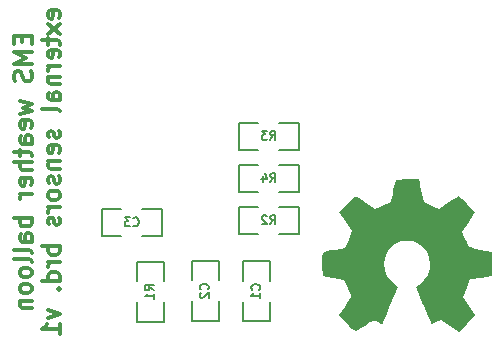
<source format=gbo>
G04 (created by PCBNEW (2013-may-18)-stable) date Mon Sep 19 14:24:48 2016*
%MOIN*%
G04 Gerber Fmt 3.4, Leading zero omitted, Abs format*
%FSLAX34Y34*%
G01*
G70*
G90*
G04 APERTURE LIST*
%ADD10C,0.00590551*%
%ADD11C,0.011811*%
%ADD12C,0.005*%
%ADD13C,0.0001*%
G04 APERTURE END LIST*
G54D10*
G54D11*
X8965Y-17013D02*
X8965Y-17210D01*
X9274Y-17294D02*
X9274Y-17013D01*
X8683Y-17013D01*
X8683Y-17294D01*
X9274Y-17547D02*
X8683Y-17547D01*
X9105Y-17744D01*
X8683Y-17941D01*
X9274Y-17941D01*
X9246Y-18194D02*
X9274Y-18278D01*
X9274Y-18419D01*
X9246Y-18475D01*
X9218Y-18503D01*
X9161Y-18532D01*
X9105Y-18532D01*
X9049Y-18503D01*
X9021Y-18475D01*
X8993Y-18419D01*
X8965Y-18307D01*
X8937Y-18250D01*
X8908Y-18222D01*
X8852Y-18194D01*
X8796Y-18194D01*
X8740Y-18222D01*
X8712Y-18250D01*
X8683Y-18307D01*
X8683Y-18447D01*
X8712Y-18532D01*
X8880Y-19178D02*
X9274Y-19291D01*
X8993Y-19403D01*
X9274Y-19516D01*
X8880Y-19628D01*
X9246Y-20078D02*
X9274Y-20022D01*
X9274Y-19910D01*
X9246Y-19853D01*
X9190Y-19825D01*
X8965Y-19825D01*
X8908Y-19853D01*
X8880Y-19910D01*
X8880Y-20022D01*
X8908Y-20078D01*
X8965Y-20106D01*
X9021Y-20106D01*
X9077Y-19825D01*
X9274Y-20613D02*
X8965Y-20613D01*
X8908Y-20584D01*
X8880Y-20528D01*
X8880Y-20416D01*
X8908Y-20359D01*
X9246Y-20613D02*
X9274Y-20556D01*
X9274Y-20416D01*
X9246Y-20359D01*
X9190Y-20331D01*
X9133Y-20331D01*
X9077Y-20359D01*
X9049Y-20416D01*
X9049Y-20556D01*
X9021Y-20613D01*
X8880Y-20809D02*
X8880Y-21034D01*
X8683Y-20894D02*
X9190Y-20894D01*
X9246Y-20922D01*
X9274Y-20978D01*
X9274Y-21034D01*
X9274Y-21231D02*
X8683Y-21231D01*
X9274Y-21484D02*
X8965Y-21484D01*
X8908Y-21456D01*
X8880Y-21400D01*
X8880Y-21316D01*
X8908Y-21259D01*
X8937Y-21231D01*
X9246Y-21991D02*
X9274Y-21934D01*
X9274Y-21822D01*
X9246Y-21766D01*
X9190Y-21737D01*
X8965Y-21737D01*
X8908Y-21766D01*
X8880Y-21822D01*
X8880Y-21934D01*
X8908Y-21991D01*
X8965Y-22019D01*
X9021Y-22019D01*
X9077Y-21737D01*
X9274Y-22272D02*
X8880Y-22272D01*
X8993Y-22272D02*
X8937Y-22300D01*
X8908Y-22328D01*
X8880Y-22384D01*
X8880Y-22440D01*
X9274Y-23087D02*
X8683Y-23087D01*
X8908Y-23087D02*
X8880Y-23143D01*
X8880Y-23256D01*
X8908Y-23312D01*
X8937Y-23340D01*
X8993Y-23368D01*
X9161Y-23368D01*
X9218Y-23340D01*
X9246Y-23312D01*
X9274Y-23256D01*
X9274Y-23143D01*
X9246Y-23087D01*
X9274Y-23875D02*
X8965Y-23875D01*
X8908Y-23847D01*
X8880Y-23790D01*
X8880Y-23678D01*
X8908Y-23622D01*
X9246Y-23875D02*
X9274Y-23818D01*
X9274Y-23678D01*
X9246Y-23622D01*
X9190Y-23593D01*
X9133Y-23593D01*
X9077Y-23622D01*
X9049Y-23678D01*
X9049Y-23818D01*
X9021Y-23875D01*
X9274Y-24240D02*
X9246Y-24184D01*
X9190Y-24156D01*
X8683Y-24156D01*
X9274Y-24550D02*
X9246Y-24493D01*
X9190Y-24465D01*
X8683Y-24465D01*
X9274Y-24859D02*
X9246Y-24803D01*
X9218Y-24775D01*
X9161Y-24746D01*
X8993Y-24746D01*
X8937Y-24775D01*
X8908Y-24803D01*
X8880Y-24859D01*
X8880Y-24943D01*
X8908Y-24999D01*
X8937Y-25028D01*
X8993Y-25056D01*
X9161Y-25056D01*
X9218Y-25028D01*
X9246Y-24999D01*
X9274Y-24943D01*
X9274Y-24859D01*
X9274Y-25393D02*
X9246Y-25337D01*
X9218Y-25309D01*
X9161Y-25281D01*
X8993Y-25281D01*
X8937Y-25309D01*
X8908Y-25337D01*
X8880Y-25393D01*
X8880Y-25478D01*
X8908Y-25534D01*
X8937Y-25562D01*
X8993Y-25590D01*
X9161Y-25590D01*
X9218Y-25562D01*
X9246Y-25534D01*
X9274Y-25478D01*
X9274Y-25393D01*
X8880Y-25843D02*
X9274Y-25843D01*
X8937Y-25843D02*
X8908Y-25871D01*
X8880Y-25928D01*
X8880Y-26012D01*
X8908Y-26068D01*
X8965Y-26096D01*
X9274Y-26096D01*
X10191Y-16408D02*
X10219Y-16352D01*
X10219Y-16240D01*
X10191Y-16183D01*
X10134Y-16155D01*
X9910Y-16155D01*
X9853Y-16183D01*
X9825Y-16240D01*
X9825Y-16352D01*
X9853Y-16408D01*
X9910Y-16437D01*
X9966Y-16437D01*
X10022Y-16155D01*
X10219Y-16633D02*
X9825Y-16943D01*
X9825Y-16633D02*
X10219Y-16943D01*
X9825Y-17083D02*
X9825Y-17308D01*
X9628Y-17168D02*
X10134Y-17168D01*
X10191Y-17196D01*
X10219Y-17252D01*
X10219Y-17308D01*
X10191Y-17730D02*
X10219Y-17674D01*
X10219Y-17561D01*
X10191Y-17505D01*
X10134Y-17477D01*
X9910Y-17477D01*
X9853Y-17505D01*
X9825Y-17561D01*
X9825Y-17674D01*
X9853Y-17730D01*
X9910Y-17758D01*
X9966Y-17758D01*
X10022Y-17477D01*
X10219Y-18011D02*
X9825Y-18011D01*
X9938Y-18011D02*
X9881Y-18039D01*
X9853Y-18068D01*
X9825Y-18124D01*
X9825Y-18180D01*
X9825Y-18377D02*
X10219Y-18377D01*
X9881Y-18377D02*
X9853Y-18405D01*
X9825Y-18461D01*
X9825Y-18546D01*
X9853Y-18602D01*
X9910Y-18630D01*
X10219Y-18630D01*
X10219Y-19164D02*
X9910Y-19164D01*
X9853Y-19136D01*
X9825Y-19080D01*
X9825Y-18967D01*
X9853Y-18911D01*
X10191Y-19164D02*
X10219Y-19108D01*
X10219Y-18967D01*
X10191Y-18911D01*
X10134Y-18883D01*
X10078Y-18883D01*
X10022Y-18911D01*
X9994Y-18967D01*
X9994Y-19108D01*
X9966Y-19164D01*
X10219Y-19530D02*
X10191Y-19474D01*
X10134Y-19446D01*
X9628Y-19446D01*
X10191Y-20177D02*
X10219Y-20233D01*
X10219Y-20345D01*
X10191Y-20402D01*
X10134Y-20430D01*
X10106Y-20430D01*
X10050Y-20402D01*
X10022Y-20345D01*
X10022Y-20261D01*
X9994Y-20205D01*
X9938Y-20177D01*
X9910Y-20177D01*
X9853Y-20205D01*
X9825Y-20261D01*
X9825Y-20345D01*
X9853Y-20402D01*
X10191Y-20908D02*
X10219Y-20852D01*
X10219Y-20739D01*
X10191Y-20683D01*
X10134Y-20655D01*
X9910Y-20655D01*
X9853Y-20683D01*
X9825Y-20739D01*
X9825Y-20852D01*
X9853Y-20908D01*
X9910Y-20936D01*
X9966Y-20936D01*
X10022Y-20655D01*
X9825Y-21189D02*
X10219Y-21189D01*
X9881Y-21189D02*
X9853Y-21217D01*
X9825Y-21273D01*
X9825Y-21358D01*
X9853Y-21414D01*
X9910Y-21442D01*
X10219Y-21442D01*
X10191Y-21695D02*
X10219Y-21751D01*
X10219Y-21864D01*
X10191Y-21920D01*
X10134Y-21948D01*
X10106Y-21948D01*
X10050Y-21920D01*
X10022Y-21864D01*
X10022Y-21780D01*
X9994Y-21723D01*
X9938Y-21695D01*
X9910Y-21695D01*
X9853Y-21723D01*
X9825Y-21780D01*
X9825Y-21864D01*
X9853Y-21920D01*
X10219Y-22286D02*
X10191Y-22230D01*
X10163Y-22201D01*
X10106Y-22173D01*
X9938Y-22173D01*
X9881Y-22201D01*
X9853Y-22230D01*
X9825Y-22286D01*
X9825Y-22370D01*
X9853Y-22426D01*
X9881Y-22455D01*
X9938Y-22483D01*
X10106Y-22483D01*
X10163Y-22455D01*
X10191Y-22426D01*
X10219Y-22370D01*
X10219Y-22286D01*
X10219Y-22736D02*
X9825Y-22736D01*
X9938Y-22736D02*
X9881Y-22764D01*
X9853Y-22792D01*
X9825Y-22848D01*
X9825Y-22904D01*
X10191Y-23073D02*
X10219Y-23129D01*
X10219Y-23242D01*
X10191Y-23298D01*
X10134Y-23326D01*
X10106Y-23326D01*
X10050Y-23298D01*
X10022Y-23242D01*
X10022Y-23158D01*
X9994Y-23101D01*
X9938Y-23073D01*
X9910Y-23073D01*
X9853Y-23101D01*
X9825Y-23158D01*
X9825Y-23242D01*
X9853Y-23298D01*
X10219Y-24029D02*
X9628Y-24029D01*
X9853Y-24029D02*
X9825Y-24086D01*
X9825Y-24198D01*
X9853Y-24254D01*
X9881Y-24282D01*
X9938Y-24311D01*
X10106Y-24311D01*
X10163Y-24282D01*
X10191Y-24254D01*
X10219Y-24198D01*
X10219Y-24086D01*
X10191Y-24029D01*
X10219Y-24564D02*
X9825Y-24564D01*
X9938Y-24564D02*
X9881Y-24592D01*
X9853Y-24620D01*
X9825Y-24676D01*
X9825Y-24732D01*
X10219Y-25182D02*
X9628Y-25182D01*
X10191Y-25182D02*
X10219Y-25126D01*
X10219Y-25014D01*
X10191Y-24957D01*
X10163Y-24929D01*
X10106Y-24901D01*
X9938Y-24901D01*
X9881Y-24929D01*
X9853Y-24957D01*
X9825Y-25014D01*
X9825Y-25126D01*
X9853Y-25182D01*
X10163Y-25464D02*
X10191Y-25492D01*
X10219Y-25464D01*
X10191Y-25435D01*
X10163Y-25464D01*
X10219Y-25464D01*
X9825Y-26138D02*
X10219Y-26279D01*
X9825Y-26420D01*
X10219Y-26954D02*
X10219Y-26616D01*
X10219Y-26785D02*
X9628Y-26785D01*
X9713Y-26729D01*
X9769Y-26673D01*
X9797Y-26616D01*
G54D12*
X16185Y-22221D02*
X16185Y-21321D01*
X16185Y-21321D02*
X16835Y-21321D01*
X17535Y-22221D02*
X18185Y-22221D01*
X18185Y-22221D02*
X18185Y-21321D01*
X18185Y-21321D02*
X17535Y-21321D01*
X16835Y-22221D02*
X16185Y-22221D01*
X16185Y-23619D02*
X16185Y-22719D01*
X16185Y-22719D02*
X16835Y-22719D01*
X17535Y-23619D02*
X18185Y-23619D01*
X18185Y-23619D02*
X18185Y-22719D01*
X18185Y-22719D02*
X17535Y-22719D01*
X16835Y-23619D02*
X16185Y-23619D01*
X17221Y-26531D02*
X16321Y-26531D01*
X16321Y-26531D02*
X16321Y-25881D01*
X17221Y-25181D02*
X17221Y-24531D01*
X17221Y-24531D02*
X16321Y-24531D01*
X16321Y-24531D02*
X16321Y-25181D01*
X17221Y-25881D02*
X17221Y-26531D01*
X15509Y-26511D02*
X14609Y-26511D01*
X14609Y-26511D02*
X14609Y-25861D01*
X15509Y-25161D02*
X15509Y-24511D01*
X15509Y-24511D02*
X14609Y-24511D01*
X14609Y-24511D02*
X14609Y-25161D01*
X15509Y-25861D02*
X15509Y-26511D01*
X11618Y-23698D02*
X11618Y-22798D01*
X11618Y-22798D02*
X12268Y-22798D01*
X12968Y-23698D02*
X13618Y-23698D01*
X13618Y-23698D02*
X13618Y-22798D01*
X13618Y-22798D02*
X12968Y-22798D01*
X12268Y-23698D02*
X11618Y-23698D01*
X12778Y-24551D02*
X13678Y-24551D01*
X13678Y-24551D02*
X13678Y-25201D01*
X12778Y-25901D02*
X12778Y-26551D01*
X12778Y-26551D02*
X13678Y-26551D01*
X13678Y-26551D02*
X13678Y-25901D01*
X12778Y-25201D02*
X12778Y-24551D01*
X18185Y-19904D02*
X18185Y-20804D01*
X18185Y-20804D02*
X17535Y-20804D01*
X16835Y-19904D02*
X16185Y-19904D01*
X16185Y-19904D02*
X16185Y-20804D01*
X16185Y-20804D02*
X16835Y-20804D01*
X17535Y-19904D02*
X18185Y-19904D01*
G54D13*
G36*
X24626Y-24229D02*
X24617Y-24617D01*
X24608Y-25006D01*
X24250Y-25070D01*
X23893Y-25134D01*
X23775Y-25430D01*
X23656Y-25726D01*
X23862Y-26027D01*
X24068Y-26327D01*
X23788Y-26606D01*
X23508Y-26884D01*
X23213Y-26681D01*
X22919Y-26478D01*
X22764Y-26553D01*
X22676Y-26591D01*
X22615Y-26605D01*
X22599Y-26600D01*
X22584Y-26562D01*
X22547Y-26472D01*
X22493Y-26341D01*
X22425Y-26177D01*
X22348Y-25992D01*
X22340Y-25972D01*
X22090Y-25372D01*
X22182Y-25306D01*
X22365Y-25145D01*
X22487Y-24973D01*
X22552Y-24781D01*
X22567Y-24619D01*
X22538Y-24396D01*
X22451Y-24200D01*
X22311Y-24038D01*
X22125Y-23917D01*
X21993Y-23867D01*
X21783Y-23837D01*
X21581Y-23867D01*
X21397Y-23949D01*
X21240Y-24076D01*
X21119Y-24241D01*
X21045Y-24437D01*
X21024Y-24618D01*
X21052Y-24828D01*
X21137Y-25017D01*
X21285Y-25193D01*
X21330Y-25235D01*
X21497Y-25381D01*
X21240Y-26001D01*
X21161Y-26190D01*
X21090Y-26355D01*
X21031Y-26488D01*
X20987Y-26580D01*
X20964Y-26621D01*
X20962Y-26622D01*
X20922Y-26606D01*
X20851Y-26567D01*
X20832Y-26555D01*
X20752Y-26512D01*
X20694Y-26490D01*
X20687Y-26489D01*
X20646Y-26507D01*
X20564Y-26555D01*
X20455Y-26625D01*
X20385Y-26672D01*
X20267Y-26751D01*
X20166Y-26813D01*
X20098Y-26849D01*
X20079Y-26856D01*
X20041Y-26833D01*
X19967Y-26772D01*
X19870Y-26683D01*
X19781Y-26595D01*
X19522Y-26335D01*
X19723Y-26038D01*
X19805Y-25913D01*
X19871Y-25807D01*
X19913Y-25733D01*
X19923Y-25706D01*
X19911Y-25662D01*
X19879Y-25572D01*
X19833Y-25454D01*
X19814Y-25406D01*
X19705Y-25140D01*
X19339Y-25073D01*
X18974Y-25005D01*
X18965Y-24642D01*
X18964Y-24489D01*
X18968Y-24362D01*
X18977Y-24276D01*
X18987Y-24246D01*
X19031Y-24227D01*
X19126Y-24199D01*
X19257Y-24168D01*
X19374Y-24143D01*
X19730Y-24072D01*
X19845Y-23803D01*
X19961Y-23534D01*
X19744Y-23216D01*
X19527Y-22898D01*
X19794Y-22627D01*
X19902Y-22519D01*
X19993Y-22432D01*
X20058Y-22374D01*
X20084Y-22356D01*
X20119Y-22373D01*
X20197Y-22422D01*
X20306Y-22493D01*
X20418Y-22570D01*
X20729Y-22784D01*
X20968Y-22683D01*
X21085Y-22632D01*
X21179Y-22588D01*
X21231Y-22560D01*
X21235Y-22557D01*
X21252Y-22515D01*
X21278Y-22423D01*
X21308Y-22294D01*
X21335Y-22168D01*
X21408Y-21806D01*
X21797Y-21796D01*
X22187Y-21787D01*
X22209Y-21913D01*
X22227Y-22008D01*
X22253Y-22141D01*
X22283Y-22285D01*
X22286Y-22301D01*
X22341Y-22563D01*
X22607Y-22673D01*
X22873Y-22783D01*
X23179Y-22569D01*
X23305Y-22484D01*
X23411Y-22414D01*
X23485Y-22369D01*
X23514Y-22356D01*
X23548Y-22378D01*
X23617Y-22438D01*
X23712Y-22527D01*
X23806Y-22621D01*
X24070Y-22886D01*
X23853Y-23212D01*
X23636Y-23539D01*
X23738Y-23772D01*
X23791Y-23889D01*
X23835Y-23984D01*
X23863Y-24039D01*
X23865Y-24042D01*
X23908Y-24068D01*
X23997Y-24096D01*
X24098Y-24120D01*
X24242Y-24148D01*
X24387Y-24178D01*
X24467Y-24195D01*
X24626Y-24229D01*
X24626Y-24229D01*
X24626Y-24229D01*
G37*
G54D12*
X17235Y-21893D02*
X17335Y-21750D01*
X17406Y-21893D02*
X17406Y-21593D01*
X17292Y-21593D01*
X17263Y-21607D01*
X17249Y-21621D01*
X17235Y-21650D01*
X17235Y-21693D01*
X17249Y-21721D01*
X17263Y-21735D01*
X17292Y-21750D01*
X17406Y-21750D01*
X16977Y-21693D02*
X16977Y-21893D01*
X17049Y-21578D02*
X17120Y-21793D01*
X16935Y-21793D01*
X17235Y-23290D02*
X17335Y-23147D01*
X17406Y-23290D02*
X17406Y-22990D01*
X17292Y-22990D01*
X17263Y-23005D01*
X17249Y-23019D01*
X17235Y-23047D01*
X17235Y-23090D01*
X17249Y-23119D01*
X17263Y-23133D01*
X17292Y-23147D01*
X17406Y-23147D01*
X17120Y-23019D02*
X17106Y-23005D01*
X17077Y-22990D01*
X17006Y-22990D01*
X16977Y-23005D01*
X16963Y-23019D01*
X16949Y-23047D01*
X16949Y-23076D01*
X16963Y-23119D01*
X17135Y-23290D01*
X16949Y-23290D01*
X16864Y-25481D02*
X16878Y-25467D01*
X16893Y-25424D01*
X16893Y-25395D01*
X16878Y-25352D01*
X16850Y-25324D01*
X16821Y-25310D01*
X16764Y-25295D01*
X16721Y-25295D01*
X16664Y-25310D01*
X16635Y-25324D01*
X16607Y-25352D01*
X16593Y-25395D01*
X16593Y-25424D01*
X16607Y-25467D01*
X16621Y-25481D01*
X16893Y-25767D02*
X16893Y-25595D01*
X16893Y-25681D02*
X16593Y-25681D01*
X16635Y-25652D01*
X16664Y-25624D01*
X16678Y-25595D01*
X15151Y-25461D02*
X15166Y-25447D01*
X15180Y-25404D01*
X15180Y-25376D01*
X15166Y-25333D01*
X15137Y-25304D01*
X15109Y-25290D01*
X15051Y-25276D01*
X15009Y-25276D01*
X14951Y-25290D01*
X14923Y-25304D01*
X14894Y-25333D01*
X14880Y-25376D01*
X14880Y-25404D01*
X14894Y-25447D01*
X14909Y-25461D01*
X14909Y-25576D02*
X14894Y-25590D01*
X14880Y-25618D01*
X14880Y-25690D01*
X14894Y-25718D01*
X14909Y-25733D01*
X14937Y-25747D01*
X14966Y-25747D01*
X15009Y-25733D01*
X15180Y-25561D01*
X15180Y-25747D01*
X12668Y-23340D02*
X12682Y-23355D01*
X12725Y-23369D01*
X12753Y-23369D01*
X12796Y-23355D01*
X12825Y-23326D01*
X12839Y-23298D01*
X12853Y-23240D01*
X12853Y-23198D01*
X12839Y-23140D01*
X12825Y-23112D01*
X12796Y-23083D01*
X12753Y-23069D01*
X12725Y-23069D01*
X12682Y-23083D01*
X12668Y-23098D01*
X12568Y-23069D02*
X12382Y-23069D01*
X12482Y-23183D01*
X12439Y-23183D01*
X12410Y-23198D01*
X12396Y-23212D01*
X12382Y-23240D01*
X12382Y-23312D01*
X12396Y-23340D01*
X12410Y-23355D01*
X12439Y-23369D01*
X12525Y-23369D01*
X12553Y-23355D01*
X12568Y-23340D01*
X13349Y-25501D02*
X13206Y-25401D01*
X13349Y-25329D02*
X13049Y-25329D01*
X13049Y-25444D01*
X13064Y-25472D01*
X13078Y-25486D01*
X13106Y-25501D01*
X13149Y-25501D01*
X13178Y-25486D01*
X13192Y-25472D01*
X13206Y-25444D01*
X13206Y-25329D01*
X13349Y-25786D02*
X13349Y-25615D01*
X13349Y-25701D02*
X13049Y-25701D01*
X13092Y-25672D01*
X13121Y-25644D01*
X13135Y-25615D01*
X17235Y-20475D02*
X17335Y-20332D01*
X17406Y-20475D02*
X17406Y-20175D01*
X17292Y-20175D01*
X17263Y-20190D01*
X17249Y-20204D01*
X17235Y-20232D01*
X17235Y-20275D01*
X17249Y-20304D01*
X17263Y-20318D01*
X17292Y-20332D01*
X17406Y-20332D01*
X17135Y-20175D02*
X16949Y-20175D01*
X17049Y-20290D01*
X17006Y-20290D01*
X16977Y-20304D01*
X16963Y-20318D01*
X16949Y-20347D01*
X16949Y-20418D01*
X16963Y-20447D01*
X16977Y-20461D01*
X17006Y-20475D01*
X17092Y-20475D01*
X17120Y-20461D01*
X17135Y-20447D01*
M02*

</source>
